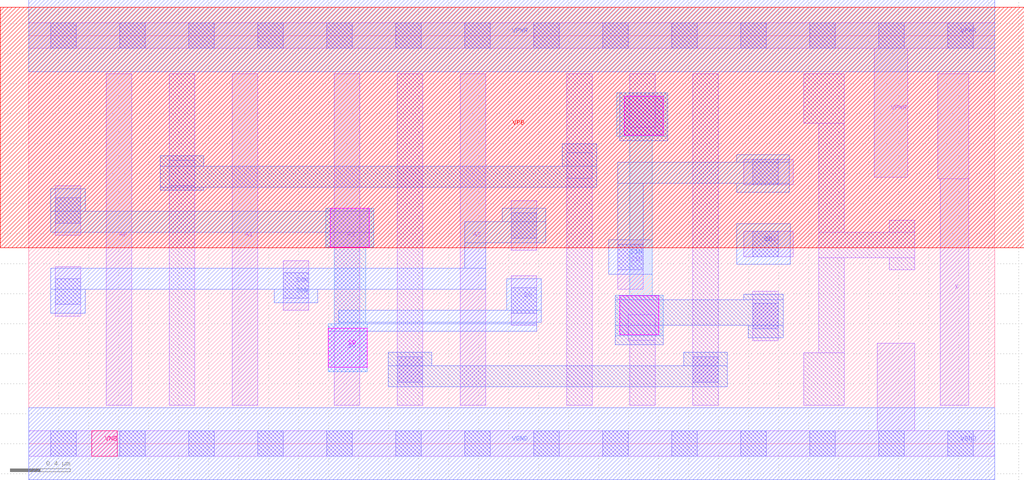
<source format=lef>
VERSION 5.7 ;
  NOWIREEXTENSIONATPIN ON ;
  DIVIDERCHAR "/" ;
  BUSBITCHARS "[]" ;
MACRO cus_tg_mux41_buf
  CLASS CORE ;
  FOREIGN cus_tg_mux41_buf ;
  ORIGIN 0.000 0.000 ;
  SIZE 6.440 BY 2.720 ;
  SYMMETRY X Y R90 ;
  SITE unithd ;
  PIN S0N
    ANTENNAGATEAREA 0.216000 ;
    DIRECTION INPUT ;
    USE SIGNAL ;
    PORT
      LAYER li1 ;
        RECT 3.215 1.290 3.385 1.620 ;
        RECT 0.175 0.850 0.345 1.180 ;
        RECT 1.695 0.890 1.865 1.220 ;
      LAYER mcon ;
        RECT 3.215 1.370 3.385 1.540 ;
        RECT 0.175 0.930 0.345 1.100 ;
        RECT 1.695 0.970 1.865 1.140 ;
      LAYER met1 ;
        RECT 3.155 1.480 3.445 1.570 ;
        RECT 2.905 1.340 3.445 1.480 ;
        RECT 2.905 1.170 3.045 1.340 ;
        RECT 0.145 1.030 3.045 1.170 ;
        RECT 0.145 0.870 0.375 1.030 ;
        RECT 1.635 0.940 1.925 1.030 ;
    END
  END S0N
  PIN S0
    ANTENNAGATEAREA 0.216000 ;
    DIRECTION INPUT ;
    USE SIGNAL ;
    PORT
      LAYER li1 ;
        RECT 0.175 1.390 0.345 1.720 ;
        RECT 3.215 0.790 3.385 1.120 ;
      LAYER mcon ;
        RECT 0.175 1.470 0.345 1.640 ;
        RECT 3.215 0.870 3.385 1.040 ;
      LAYER met1 ;
        RECT 0.145 1.550 0.375 1.700 ;
        RECT 1.980 1.550 2.300 1.570 ;
        RECT 0.145 1.410 2.300 1.550 ;
        RECT 1.980 1.310 2.300 1.410 ;
        RECT 3.185 0.890 3.415 1.100 ;
        RECT 2.065 0.810 3.415 0.890 ;
        RECT 2.065 0.800 3.385 0.810 ;
        RECT 1.995 0.750 3.385 0.800 ;
        RECT 1.995 0.480 2.255 0.750 ;
      LAYER via ;
        RECT 2.010 1.310 2.270 1.570 ;
        RECT 1.995 0.510 2.255 0.770 ;
      LAYER met2 ;
        RECT 1.980 1.310 2.300 1.570 ;
        RECT 2.035 0.800 2.245 1.310 ;
        RECT 1.995 0.480 2.255 0.800 ;
    END
  END S0
  PIN S1N
    ANTENNAGATEAREA 0.108000 ;
    DIRECTION INPUT ;
    USE SIGNAL ;
    PORT
      LAYER li1 ;
        RECT 4.765 1.725 5.095 1.895 ;
        RECT 3.925 1.030 4.095 1.360 ;
      LAYER mcon ;
        RECT 4.825 1.725 4.995 1.895 ;
        RECT 3.925 1.160 4.095 1.330 ;
      LAYER met1 ;
        RECT 4.720 1.875 5.070 1.925 ;
        RECT 3.925 1.735 5.070 1.875 ;
        RECT 3.925 1.360 4.095 1.735 ;
        RECT 4.720 1.675 5.070 1.735 ;
        RECT 3.865 1.130 4.155 1.360 ;
    END
  END S1N
  PIN S1
    ANTENNAGATEAREA 0.108000 ;
    DIRECTION INPUT ;
    USE SIGNAL ;
    PORT
      LAYER li1 ;
        RECT 4.765 1.245 5.095 1.415 ;
      LAYER mcon ;
        RECT 4.825 1.245 4.995 1.415 ;
      LAYER met1 ;
        RECT 4.720 1.195 5.075 1.465 ;
    END
  END S1
  PIN VGND
    DIRECTION INOUT ;
    SHAPE ABUTMENT ;
    USE GROUND ;
    PORT
      LAYER li1 ;
        RECT 5.655 0.085 5.905 0.670 ;
        RECT 0.000 -0.085 6.440 0.085 ;
      LAYER mcon ;
        RECT 0.145 -0.085 0.315 0.085 ;
        RECT 0.605 -0.085 0.775 0.085 ;
        RECT 1.065 -0.085 1.235 0.085 ;
        RECT 1.525 -0.085 1.695 0.085 ;
        RECT 1.985 -0.085 2.155 0.085 ;
        RECT 2.445 -0.085 2.615 0.085 ;
        RECT 2.905 -0.085 3.075 0.085 ;
        RECT 3.365 -0.085 3.535 0.085 ;
        RECT 3.825 -0.085 3.995 0.085 ;
        RECT 4.285 -0.085 4.455 0.085 ;
        RECT 4.745 -0.085 4.915 0.085 ;
        RECT 5.205 -0.085 5.375 0.085 ;
        RECT 5.665 -0.085 5.835 0.085 ;
        RECT 6.125 -0.085 6.295 0.085 ;
      LAYER met1 ;
        RECT 0.000 -0.240 6.440 0.240 ;
    END
  END VGND
  PIN VPWR
    DIRECTION INOUT ;
    SHAPE ABUTMENT ;
    USE POWER ;
    PORT
      LAYER li1 ;
        RECT 0.000 2.635 6.440 2.805 ;
        RECT 5.635 1.775 5.860 2.635 ;
      LAYER mcon ;
        RECT 0.145 2.635 0.315 2.805 ;
        RECT 0.605 2.635 0.775 2.805 ;
        RECT 1.065 2.635 1.235 2.805 ;
        RECT 1.525 2.635 1.695 2.805 ;
        RECT 1.985 2.635 2.155 2.805 ;
        RECT 2.445 2.635 2.615 2.805 ;
        RECT 2.905 2.635 3.075 2.805 ;
        RECT 3.365 2.635 3.535 2.805 ;
        RECT 3.825 2.635 3.995 2.805 ;
        RECT 4.285 2.635 4.455 2.805 ;
        RECT 4.745 2.635 4.915 2.805 ;
        RECT 5.205 2.635 5.375 2.805 ;
        RECT 5.665 2.635 5.835 2.805 ;
        RECT 6.125 2.635 6.295 2.805 ;
      LAYER met1 ;
        RECT 0.000 2.480 6.440 2.960 ;
    END
  END VPWR
  PIN VPB
    DIRECTION INOUT ;
    USE POWER ;
    PORT
      LAYER nwell ;
        RECT -0.190 1.305 6.635 2.910 ;
    END
  END VPB
  PIN VNB
    DIRECTION INOUT ;
    USE GROUND ;
    PORT
      LAYER pwell ;
        RECT 0.420 -0.085 0.590 0.085 ;
    END
  END VNB
  PIN A2
    ANTENNADIFFAREA 0.187200 ;
    DIRECTION INPUT ;
    USE SIGNAL ;
    PORT
      LAYER li1 ;
        RECT 2.035 0.255 2.205 2.465 ;
    END
  END A2
  PIN A1
    ANTENNADIFFAREA 0.190800 ;
    DIRECTION INPUT ;
    USE SIGNAL ;
    PORT
      LAYER li1 ;
        RECT 1.355 0.255 1.525 2.465 ;
    END
  END A1
  PIN X
    ANTENNADIFFAREA 0.368000 ;
    DIRECTION OUTPUT ;
    USE SIGNAL ;
    PORT
      LAYER li1 ;
        RECT 6.060 1.765 6.265 2.465 ;
        RECT 6.075 0.255 6.265 1.765 ;
    END
  END X
  PIN A3
    ANTENNADIFFAREA 0.190800 ;
    DIRECTION INPUT ;
    USE SIGNAL ;
    PORT
      LAYER li1 ;
        RECT 2.875 0.255 3.045 2.465 ;
    END
  END A3
  PIN A0
    ANTENNADIFFAREA 0.187200 ;
    DIRECTION INPUT ;
    USE SIGNAL ;
    PORT
      LAYER li1 ;
        RECT 0.515 0.255 0.685 2.465 ;
    END
  END A0
  OBS
      LAYER li1 ;
        RECT 0.935 0.255 1.105 2.465 ;
        RECT 2.455 0.255 2.625 2.465 ;
        RECT 3.585 0.255 3.755 2.465 ;
        RECT 4.005 2.110 4.175 2.465 ;
        RECT 3.995 0.690 4.175 0.860 ;
        RECT 4.005 0.255 4.175 0.690 ;
        RECT 4.425 0.255 4.595 2.465 ;
        RECT 5.165 2.135 5.435 2.465 ;
        RECT 5.265 1.410 5.435 2.135 ;
        RECT 5.735 1.410 5.905 1.490 ;
        RECT 5.265 1.240 5.905 1.410 ;
        RECT 4.825 0.685 4.995 1.015 ;
        RECT 5.265 0.605 5.435 1.240 ;
        RECT 5.735 1.160 5.905 1.240 ;
        RECT 5.165 0.255 5.435 0.605 ;
      LAYER mcon ;
        RECT 0.935 1.720 1.105 1.890 ;
        RECT 2.455 0.410 2.625 0.580 ;
        RECT 3.585 1.770 3.755 1.940 ;
        RECT 4.825 0.765 4.995 0.935 ;
        RECT 4.425 0.410 4.595 0.580 ;
      LAYER met1 ;
        RECT 3.940 2.020 4.260 2.340 ;
        RECT 0.875 1.850 1.165 1.920 ;
        RECT 3.555 1.850 3.785 2.000 ;
        RECT 0.875 1.710 3.785 1.850 ;
        RECT 0.875 1.690 1.165 1.710 ;
        RECT 3.910 0.960 4.230 0.990 ;
        RECT 4.765 0.960 5.030 0.995 ;
        RECT 3.910 0.790 5.030 0.960 ;
        RECT 3.910 0.660 4.230 0.790 ;
        RECT 4.795 0.705 5.030 0.790 ;
        RECT 2.395 0.520 2.685 0.610 ;
        RECT 4.365 0.520 4.655 0.610 ;
        RECT 2.395 0.380 4.655 0.520 ;
      LAYER via ;
        RECT 3.970 2.055 4.230 2.315 ;
        RECT 3.940 0.725 4.200 0.985 ;
      LAYER met2 ;
        RECT 3.920 2.050 4.260 2.340 ;
        RECT 4.005 0.990 4.155 2.050 ;
        RECT 3.910 0.720 4.230 0.990 ;
  END
END cus_tg_mux41_buf
END LIBRARY


</source>
